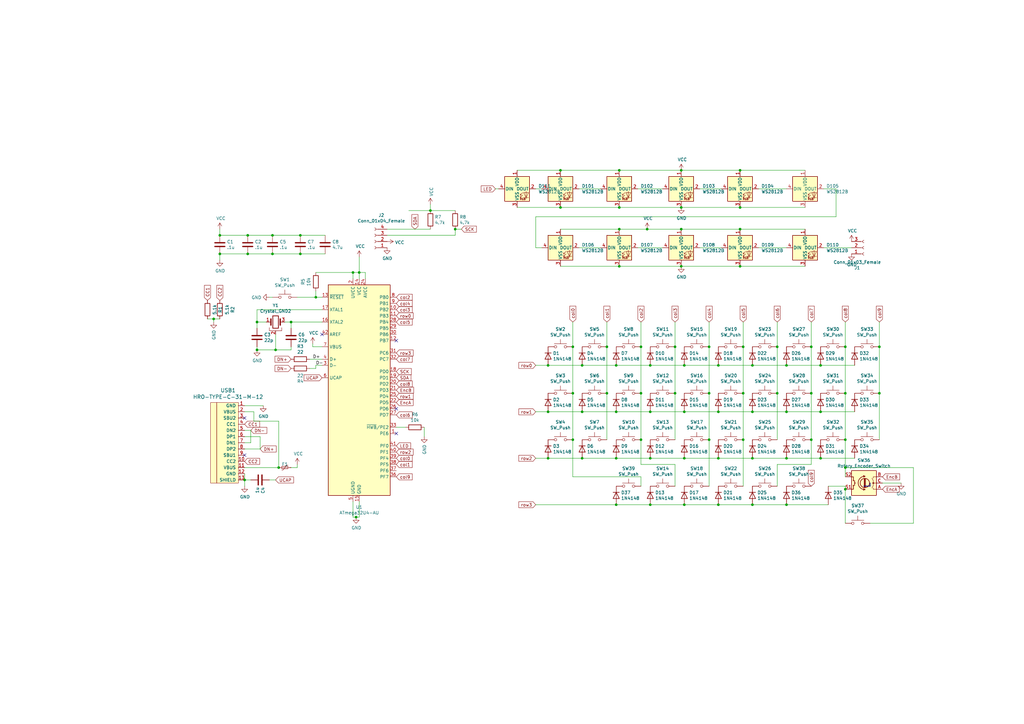
<source format=kicad_sch>
(kicad_sch (version 20230121) (generator eeschema)
  (paper "A3")
  (junction (at 238.76 168.91))
  (junction (at 322.58 187.96))
  (junction (at 303.53 109.22))
  (junction (at 111.76 104.14))
  (junction (at 252.73 149.86))
  (junction (at 280.67 168.91))
  (junction (at 266.7 187.96))
  (junction (at 254 85.09))
  (junction (at 332.74 142.24))
  (junction (at 262.89 142.24))
  (junction (at 303.53 69.85))
  (junction (at 322.58 149.86))
  (junction (at 318.77 161.29))
  (junction (at 294.64 149.86))
  (junction (at 290.83 180.34))
  (junction (at 346.71 191.77))
  (junction (at 308.61 187.96))
  (junction (at 280.67 187.96))
  (junction (at 248.92 161.29))
  (junction (at 360.68 142.24))
  (junction (at 336.55 187.96))
  (junction (at 304.8 142.24))
  (junction (at 262.89 161.29))
  (junction (at 254 69.85))
  (junction (at 308.61 168.91))
  (junction (at 252.73 187.96))
  (junction (at 123.19 96.52))
  (junction (at 224.79 149.86))
  (junction (at 332.74 161.29))
  (junction (at 276.86 142.24))
  (junction (at 322.58 168.91))
  (junction (at 346.71 200.66))
  (junction (at 304.8 180.34))
  (junction (at 186.69 93.98))
  (junction (at 279.4 85.09))
  (junction (at 229.87 85.09))
  (junction (at 234.95 142.24))
  (junction (at 224.79 187.96))
  (junction (at 238.76 149.86))
  (junction (at 248.92 142.24))
  (junction (at 113.03 143.51))
  (junction (at 336.55 149.86))
  (junction (at 266.7 149.86))
  (junction (at 290.83 161.29))
  (junction (at 266.7 207.01))
  (junction (at 332.74 180.34))
  (junction (at 308.61 149.86))
  (junction (at 265.43 93.98))
  (junction (at 252.73 168.91))
  (junction (at 100.33 196.85))
  (junction (at 346.71 180.34))
  (junction (at 279.4 93.98))
  (junction (at 119.38 132.08))
  (junction (at 304.8 161.29))
  (junction (at 114.3 191.77))
  (junction (at 224.79 168.91))
  (junction (at 252.73 207.01))
  (junction (at 280.67 149.86))
  (junction (at 266.7 168.91))
  (junction (at 336.55 168.91))
  (junction (at 360.68 161.29))
  (junction (at 303.53 93.98))
  (junction (at 294.64 207.01))
  (junction (at 234.95 161.29))
  (junction (at 280.67 207.01))
  (junction (at 346.71 161.29))
  (junction (at 101.6 96.52))
  (junction (at 262.89 180.34))
  (junction (at 294.64 168.91))
  (junction (at 105.41 143.51))
  (junction (at 123.19 104.14))
  (junction (at 90.17 104.14))
  (junction (at 105.41 132.08))
  (junction (at 254 109.22))
  (junction (at 308.61 207.01))
  (junction (at 234.95 180.34))
  (junction (at 238.76 187.96))
  (junction (at 147.32 111.76))
  (junction (at 279.4 69.85))
  (junction (at 129.54 121.92))
  (junction (at 254 93.98))
  (junction (at 276.86 161.29))
  (junction (at 290.83 142.24))
  (junction (at 294.64 187.96))
  (junction (at 87.63 130.81))
  (junction (at 90.17 96.52))
  (junction (at 303.53 85.09))
  (junction (at 229.87 69.85))
  (junction (at 346.71 142.24))
  (junction (at 144.78 111.76))
  (junction (at 318.77 142.24))
  (junction (at 101.6 104.14))
  (junction (at 176.53 86.36))
  (junction (at 322.58 207.01))
  (junction (at 279.4 109.22))
  (junction (at 146.05 212.09))
  (junction (at 111.76 96.52))
  (no_connect (at 162.56 177.8))
  (no_connect (at 100.33 171.45))
  (no_connect (at 132.08 137.16))
  (no_connect (at 162.56 139.7))
  (no_connect (at 162.56 167.64))
  (no_connect (at 100.33 186.69))
  (wire (pts (xy 123.19 104.14) (xy 111.76 104.14)))
  (wire (pts (xy 360.68 161.29) (xy 360.68 142.24)))
  (wire (pts (xy 237.49 77.47) (xy 246.38 77.47)))
  (wire (pts (xy 106.68 179.07) (xy 100.33 179.07)))
  (bus (pts (xy 356.87 198.12) (xy 356.87 199.39)))
  (wire (pts (xy 322.58 168.91) (xy 336.55 168.91)))
  (wire (pts (xy 308.61 168.91) (xy 322.58 168.91)))
  (wire (pts (xy 330.2 69.85) (xy 303.53 69.85)))
  (wire (pts (xy 330.2 109.22) (xy 303.53 109.22)))
  (wire (pts (xy 342.9 77.47) (xy 342.9 88.9)))
  (wire (pts (xy 303.53 93.98) (xy 330.2 93.98)))
  (wire (pts (xy 266.7 187.96) (xy 280.67 187.96)))
  (wire (pts (xy 248.92 142.24) (xy 248.92 132.08)))
  (wire (pts (xy 133.35 104.14) (xy 123.19 104.14)))
  (wire (pts (xy 287.02 77.47) (xy 295.91 77.47)))
  (wire (pts (xy 105.41 132.08) (xy 105.41 134.62)))
  (wire (pts (xy 318.77 142.24) (xy 318.77 132.08)))
  (wire (pts (xy 262.89 142.24) (xy 262.89 132.08)))
  (wire (pts (xy 121.92 121.92) (xy 129.54 121.92)))
  (wire (pts (xy 147.32 111.76) (xy 144.78 111.76)))
  (wire (pts (xy 107.95 166.37) (xy 100.33 166.37)))
  (wire (pts (xy 266.7 207.01) (xy 280.67 207.01)))
  (wire (pts (xy 294.64 149.86) (xy 308.61 149.86)))
  (wire (pts (xy 254 69.85) (xy 229.87 69.85)))
  (wire (pts (xy 123.19 96.52) (xy 111.76 96.52)))
  (wire (pts (xy 336.55 149.86) (xy 350.52 149.86)))
  (wire (pts (xy 176.53 83.82) (xy 176.53 86.36)))
  (wire (pts (xy 336.55 168.91) (xy 350.52 168.91)))
  (wire (pts (xy 158.75 93.98) (xy 176.53 93.98)))
  (wire (pts (xy 146.05 212.09) (xy 147.32 212.09)))
  (wire (pts (xy 129.54 119.38) (xy 129.54 121.92)))
  (wire (pts (xy 303.53 109.22) (xy 279.4 109.22)))
  (wire (pts (xy 287.02 101.6) (xy 295.91 101.6)))
  (wire (pts (xy 261.62 101.6) (xy 271.78 101.6)))
  (wire (pts (xy 144.78 111.76) (xy 144.78 114.3)))
  (wire (pts (xy 252.73 187.96) (xy 266.7 187.96)))
  (wire (pts (xy 219.71 168.91) (xy 224.79 168.91)))
  (wire (pts (xy 147.32 105.41) (xy 147.32 111.76)))
  (wire (pts (xy 322.58 187.96) (xy 336.55 187.96)))
  (wire (pts (xy 219.71 187.96) (xy 224.79 187.96)))
  (wire (pts (xy 129.54 111.76) (xy 144.78 111.76)))
  (wire (pts (xy 106.68 184.15) (xy 100.33 184.15)))
  (wire (pts (xy 280.67 207.01) (xy 294.64 207.01)))
  (wire (pts (xy 252.73 168.91) (xy 266.7 168.91)))
  (wire (pts (xy 337.82 77.47) (xy 342.9 77.47)))
  (wire (pts (xy 280.67 168.91) (xy 294.64 168.91)))
  (wire (pts (xy 234.95 142.24) (xy 234.95 132.08)))
  (wire (pts (xy 186.69 93.98) (xy 189.23 93.98)))
  (wire (pts (xy 346.71 180.34) (xy 346.71 161.29)))
  (wire (pts (xy 132.08 132.08) (xy 119.38 132.08)))
  (wire (pts (xy 294.64 207.01) (xy 308.61 207.01)))
  (wire (pts (xy 224.79 168.91) (xy 238.76 168.91)))
  (wire (pts (xy 113.03 137.16) (xy 113.03 143.51)))
  (wire (pts (xy 252.73 207.01) (xy 266.7 207.01)))
  (wire (pts (xy 346.71 191.77) (xy 346.71 180.34)))
  (wire (pts (xy 90.17 106.68) (xy 90.17 104.14)))
  (wire (pts (xy 219.71 149.86) (xy 224.79 149.86)))
  (wire (pts (xy 238.76 149.86) (xy 252.73 149.86)))
  (wire (pts (xy 304.8 142.24) (xy 304.8 132.08)))
  (wire (pts (xy 346.71 200.66) (xy 346.71 214.63)))
  (wire (pts (xy 276.86 180.34) (xy 276.86 161.29)))
  (wire (pts (xy 322.58 207.01) (xy 308.61 207.01)))
  (wire (pts (xy 261.62 77.47) (xy 271.78 77.47)))
  (wire (pts (xy 336.55 187.96) (xy 350.52 187.96)))
  (wire (pts (xy 129.54 149.86) (xy 132.08 149.86)))
  (wire (pts (xy 102.87 196.85) (xy 100.33 196.85)))
  (wire (pts (xy 374.65 214.63) (xy 374.65 191.77)))
  (wire (pts (xy 128.27 142.24) (xy 132.08 142.24)))
  (wire (pts (xy 265.43 93.98) (xy 279.4 93.98)))
  (wire (pts (xy 90.17 130.81) (xy 87.63 130.81)))
  (wire (pts (xy 290.83 180.34) (xy 290.83 199.39)))
  (wire (pts (xy 167.64 86.36) (xy 176.53 86.36)))
  (wire (pts (xy 147.32 205.74) (xy 147.32 212.09)))
  (wire (pts (xy 303.53 69.85) (xy 279.4 69.85)))
  (wire (pts (xy 87.63 130.81) (xy 87.63 132.08)))
  (wire (pts (xy 111.76 104.14) (xy 101.6 104.14)))
  (wire (pts (xy 102.87 181.61) (xy 100.33 181.61)))
  (wire (pts (xy 248.92 180.34) (xy 248.92 161.29)))
  (wire (pts (xy 346.71 142.24) (xy 346.71 161.29)))
  (wire (pts (xy 318.77 161.29) (xy 318.77 142.24)))
  (wire (pts (xy 116.84 132.08) (xy 119.38 132.08)))
  (wire (pts (xy 114.3 172.72) (xy 114.3 191.77)))
  (wire (pts (xy 105.41 143.51) (xy 105.41 142.24)))
  (wire (pts (xy 229.87 93.98) (xy 254 93.98)))
  (wire (pts (xy 219.71 77.47) (xy 222.25 77.47)))
  (wire (pts (xy 158.75 96.52) (xy 186.69 96.52)))
  (wire (pts (xy 304.8 161.29) (xy 304.8 142.24)))
  (wire (pts (xy 224.79 149.86) (xy 238.76 149.86)))
  (wire (pts (xy 294.64 187.96) (xy 308.61 187.96)))
  (wire (pts (xy 332.74 161.29) (xy 332.74 180.34)))
  (wire (pts (xy 90.17 93.98) (xy 90.17 96.52)))
  (wire (pts (xy 234.95 195.58) (xy 234.95 180.34)))
  (wire (pts (xy 311.15 101.6) (xy 322.58 101.6)))
  (wire (pts (xy 133.35 96.52) (xy 123.19 96.52)))
  (wire (pts (xy 119.38 132.08) (xy 119.38 134.62)))
  (wire (pts (xy 280.67 187.96) (xy 294.64 187.96)))
  (wire (pts (xy 332.74 161.29) (xy 332.74 142.24)))
  (wire (pts (xy 144.78 212.09) (xy 146.05 212.09)))
  (wire (pts (xy 149.86 114.3) (xy 149.86 111.76)))
  (wire (pts (xy 303.53 85.09) (xy 330.2 85.09)))
  (wire (pts (xy 104.14 168.91) (xy 104.14 172.72)))
  (wire (pts (xy 254 109.22) (xy 229.87 109.22)))
  (wire (pts (xy 254 93.98) (xy 265.43 93.98)))
  (wire (pts (xy 219.71 88.9) (xy 219.71 101.6)))
  (wire (pts (xy 332.74 190.5) (xy 332.74 180.34)))
  (wire (pts (xy 346.71 191.77) (xy 374.65 191.77)))
  (wire (pts (xy 186.69 96.52) (xy 186.69 93.98)))
  (wire (pts (xy 308.61 149.86) (xy 322.58 149.86)))
  (wire (pts (xy 219.71 207.01) (xy 252.73 207.01)))
  (wire (pts (xy 85.09 130.81) (xy 87.63 130.81)))
  (wire (pts (xy 276.86 190.5) (xy 276.86 199.39)))
  (wire (pts (xy 339.725 199.39) (xy 346.71 199.39)))
  (wire (pts (xy 262.89 195.58) (xy 234.95 195.58)))
  (wire (pts (xy 234.95 180.34) (xy 234.95 161.29)))
  (wire (pts (xy 147.32 111.76) (xy 147.32 114.3)))
  (wire (pts (xy 280.67 149.86) (xy 294.64 149.86)))
  (wire (pts (xy 276.86 161.29) (xy 276.86 142.24)))
  (wire (pts (xy 318.77 199.39) (xy 318.77 190.5)))
  (wire (pts (xy 304.8 161.29) (xy 304.8 180.34)))
  (wire (pts (xy 121.92 190.5) (xy 121.92 191.77)))
  (wire (pts (xy 101.6 104.14) (xy 90.17 104.14)))
  (wire (pts (xy 279.4 69.85) (xy 254 69.85)))
  (wire (pts (xy 262.89 180.34) (xy 262.89 161.29)))
  (wire (pts (xy 110.49 196.85) (xy 113.03 196.85)))
  (wire (pts (xy 234.95 161.29) (xy 234.95 142.24)))
  (wire (pts (xy 149.86 111.76) (xy 147.32 111.76)))
  (wire (pts (xy 121.92 191.77) (xy 119.38 191.77)))
  (wire (pts (xy 203.2 77.47) (xy 204.47 77.47)))
  (wire (pts (xy 176.53 86.36) (xy 186.69 86.36)))
  (wire (pts (xy 119.38 142.24) (xy 119.38 143.51)))
  (wire (pts (xy 356.87 214.63) (xy 374.65 214.63)))
  (wire (pts (xy 105.41 132.08) (xy 109.22 132.08)))
  (wire (pts (xy 100.33 199.39) (xy 100.33 196.85)))
  (wire (pts (xy 100.33 168.91) (xy 104.14 168.91)))
  (wire (pts (xy 111.76 96.52) (xy 101.6 96.52)))
  (wire (pts (xy 104.14 172.72) (xy 114.3 172.72)))
  (wire (pts (xy 279.4 93.98) (xy 303.53 93.98)))
  (wire (pts (xy 294.64 168.91) (xy 308.61 168.91)))
  (wire (pts (xy 318.77 190.5) (xy 332.74 190.5)))
  (wire (pts (xy 129.54 121.92) (xy 132.08 121.92)))
  (wire (pts (xy 304.8 180.34) (xy 304.8 199.39)))
  (wire (pts (xy 279.4 109.22) (xy 254 109.22)))
  (wire (pts (xy 262.89 190.5) (xy 276.86 190.5)))
  (wire (pts (xy 128.27 140.97) (xy 128.27 142.24)))
  (wire (pts (xy 266.7 149.86) (xy 280.67 149.86)))
  (wire (pts (xy 360.68 161.29) (xy 360.68 180.34)))
  (wire (pts (xy 229.87 69.85) (xy 212.09 69.85)))
  (wire (pts (xy 113.03 143.51) (xy 105.41 143.51)))
  (wire (pts (xy 311.15 77.47) (xy 322.58 77.47)))
  (wire (pts (xy 337.82 101.6) (xy 349.25 101.6)))
  (wire (pts (xy 276.86 142.24) (xy 276.86 132.08)))
  (wire (pts (xy 106.68 184.15) (xy 106.68 179.07)))
  (wire (pts (xy 308.61 187.96) (xy 322.58 187.96)))
  (wire (pts (xy 219.71 101.6) (xy 222.25 101.6)))
  (wire (pts (xy 290.83 161.29) (xy 290.83 142.24)))
  (wire (pts (xy 110.49 121.92) (xy 111.76 121.92)))
  (wire (pts (xy 212.09 85.09) (xy 229.87 85.09)))
  (wire (pts (xy 279.4 85.09) (xy 303.53 85.09)))
  (wire (pts (xy 238.76 168.91) (xy 252.73 168.91)))
  (wire (pts (xy 229.87 85.09) (xy 254 85.09)))
  (wire (pts (xy 346.71 142.24) (xy 346.71 132.08)))
  (wire (pts (xy 105.41 127) (xy 132.08 127)))
  (wire (pts (xy 129.54 151.13) (xy 129.54 149.86)))
  (wire (pts (xy 100.33 196.85) (xy 100.33 194.31)))
  (wire (pts (xy 127 151.13) (xy 129.54 151.13)))
  (wire (pts (xy 322.58 149.86) (xy 336.55 149.86)))
  (wire (pts (xy 101.6 96.52) (xy 90.17 96.52)))
  (wire (pts (xy 102.87 176.53) (xy 102.87 181.61)))
  (wire (pts (xy 360.68 142.24) (xy 360.68 132.08)))
  (wire (pts (xy 224.79 187.96) (xy 238.76 187.96)))
  (wire (pts (xy 262.89 180.34) (xy 262.89 190.5)))
  (wire (pts (xy 339.725 207.01) (xy 322.58 207.01)))
  (wire (pts (xy 266.7 168.91) (xy 280.67 168.91)))
  (wire (pts (xy 254 85.09) (xy 279.4 85.09)))
  (wire (pts (xy 369.57 198.12) (xy 361.95 198.12)))
  (wire (pts (xy 100.33 191.77) (xy 114.3 191.77)))
  (wire (pts (xy 237.49 101.6) (xy 246.38 101.6)))
  (wire (pts (xy 346.71 195.58) (xy 346.71 191.77)))
  (wire (pts (xy 342.9 88.9) (xy 219.71 88.9)))
  (wire (pts (xy 318.77 180.34) (xy 318.77 161.29)))
  (wire (pts (xy 332.74 132.08) (xy 332.74 142.24)))
  (wire (pts (xy 127 147.32) (xy 132.08 147.32)))
  (wire (pts (xy 173.99 179.07) (xy 173.99 175.26)))
  (wire (pts (xy 290.83 142.24) (xy 290.83 132.08)))
  (wire (pts (xy 248.92 161.29) (xy 248.92 142.24)))
  (wire (pts (xy 262.89 199.39) (xy 262.89 195.58)))
  (wire (pts (xy 238.76 187.96) (xy 252.73 187.96)))
  (wire (pts (xy 166.37 175.26) (xy 162.56 175.26)))
  (wire (pts (xy 262.89 161.29) (xy 262.89 142.24)))
  (wire (pts (xy 252.73 149.86) (xy 266.7 149.86)))
  (wire (pts (xy 105.41 132.08) (xy 105.41 127)))
  (wire (pts (xy 144.78 205.74) (xy 144.78 212.09)))
  (bus (pts (xy 356.87 199.39) (xy 354.33 199.39)))
  (wire (pts (xy 290.83 180.34) (xy 290.83 161.29)))
  (wire (pts (xy 346.71 199.39) (xy 346.71 200.66)))
  (wire (pts (xy 119.38 143.51) (xy 113.03 143.51)))
  (wire (pts (xy 100.33 176.53) (xy 102.87 176.53)))
  (label "D+" (at 128.27 147.32 0))
  (label "D-" (at 129.54 149.86 0))
  (global_label "col8" (shape input) (at 346.71 132.08 90) (property "Intersheetrefs" "${INTERSHEET_REFS}" (effects hide)))
  (global_label "row0" (shape input) (at 162.56 129.54 0) (property "Intersheetrefs" "${INTERSHEET_REFS}" (effects hide)))
  (global_label "col8" (shape input) (at 162.56 157.48 0) (property "Intersheetrefs" "${INTERSHEET_REFS}" (effects hide)))
  (global_label "col2" (shape input) (at 262.89 132.08 90) (property "Intersheetrefs" "${INTERSHEET_REFS}" (effects hide)))
  (global_label "col1" (shape input) (at 248.92 132.08 90) (property "Intersheetrefs" "${INTERSHEET_REFS}" (effects hide)))
  (global_label "UCAP" (shape input) (at 132.08 154.94 180) (property "Intersheetrefs" "${INTERSHEET_REFS}" (effects hide)))
  (global_label "row0" (shape input) (at 219.71 149.86 180) (property "Intersheetrefs" "${INTERSHEET_REFS}" (effects hide)))
  (global_label "LED" (shape input) (at 162.56 182.88 0) (property "Intersheetrefs" "${INTERSHEET_REFS}" (effects hide)))
  (global_label "col1" (shape input) (at 162.56 190.5 0) (property "Intersheetrefs" "${INTERSHEET_REFS}" (effects hide)))
  (global_label "DN-" (shape input) (at 119.38 151.13 180) (property "Intersheetrefs" "${INTERSHEET_REFS}" (effects hide)))
  (global_label "row2" (shape input) (at 219.71 187.96 180) (property "Intersheetrefs" "${INTERSHEET_REFS}" (effects hide)))
  (global_label "col9" (shape input) (at 360.68 132.08 90) (property "Intersheetrefs" "${INTERSHEET_REFS}" (effects hide)))
  (global_label "UCAP" (shape input) (at 113.03 196.85 0) (property "Intersheetrefs" "${INTERSHEET_REFS}" (effects hide)))
  (global_label "EncB" (shape input) (at 162.56 160.02 0) (property "Intersheetrefs" "${INTERSHEET_REFS}" (effects hide)))
  (global_label "CC1" (shape input) (at 100.33 173.99 0) (property "Intersheetrefs" "${INTERSHEET_REFS}" (effects hide)))
  (global_label "col6" (shape input) (at 318.77 132.08 90) (property "Intersheetrefs" "${INTERSHEET_REFS}" (effects hide)))
  (global_label "col9" (shape input) (at 332.74 199.39 90) (property "Intersheetrefs" "${INTERSHEET_REFS}" (effects hide)))
  (global_label "col0" (shape input) (at 234.95 132.08 90) (property "Intersheetrefs" "${INTERSHEET_REFS}" (effects hide)))
  (global_label "CC2" (shape input) (at 90.17 123.19 90) (property "Intersheetrefs" "${INTERSHEET_REFS}" (effects hide)))
  (global_label "row1" (shape input) (at 162.56 162.56 0) (property "Intersheetrefs" "${INTERSHEET_REFS}" (effects hide)))
  (global_label "col6" (shape input) (at 162.56 170.18 0) (property "Intersheetrefs" "${INTERSHEET_REFS}" (effects hide)))
  (global_label "CC2" (shape input) (at 100.33 189.23 0) (property "Intersheetrefs" "${INTERSHEET_REFS}" (effects hide)))
  (global_label "SCK" (shape input) (at 189.23 93.98 0) (property "Intersheetrefs" "${INTERSHEET_REFS}" (effects hide)))
  (global_label "row1" (shape input) (at 219.71 168.91 180) (property "Intersheetrefs" "${INTERSHEET_REFS}" (effects hide)))
  (global_label "EncA" (shape input) (at 162.56 165.1 0) (property "Intersheetrefs" "${INTERSHEET_REFS}" (effects hide)))
  (global_label "col4" (shape input) (at 162.56 124.46 0) (property "Intersheetrefs" "${INTERSHEET_REFS}" (effects hide)))
  (global_label "CC1" (shape input) (at 85.09 123.19 90) (property "Intersheetrefs" "${INTERSHEET_REFS}" (effects hide)))
  (global_label "SDA" (shape input) (at 170.18 93.98 90) (property "Intersheetrefs" "${INTERSHEET_REFS}" (effects hide)))
  (global_label "EncB" (shape input) (at 361.95 195.58 0) (property "Intersheetrefs" "${INTERSHEET_REFS}" (effects hide)))
  (global_label "col3" (shape input) (at 162.56 127 0) (property "Intersheetrefs" "${INTERSHEET_REFS}" (effects hide)))
  (global_label "SCK" (shape input) (at 162.56 152.4 0) (property "Intersheetrefs" "${INTERSHEET_REFS}" (effects hide)))
  (global_label "DN+" (shape input) (at 119.38 147.32 180) (property "Intersheetrefs" "${INTERSHEET_REFS}" (effects hide)))
  (global_label "row2" (shape input) (at 162.56 185.42 0) (property "Intersheetrefs" "${INTERSHEET_REFS}" (effects hide)))
  (global_label "DN-" (shape input) (at 102.87 176.53 0) (property "Intersheetrefs" "${INTERSHEET_REFS}" (effects hide)))
  (global_label "col2" (shape input) (at 162.56 121.92 0) (property "Intersheetrefs" "${INTERSHEET_REFS}" (effects hide)))
  (global_label "EncA" (shape input) (at 361.95 200.66 0) (property "Intersheetrefs" "${INTERSHEET_REFS}" (effects hide)))
  (global_label "row3" (shape input) (at 162.56 144.78 0) (property "Intersheetrefs" "${INTERSHEET_REFS}" (effects hide)))
  (global_label "SDA" (shape input) (at 162.56 154.94 0) (property "Intersheetrefs" "${INTERSHEET_REFS}" (effects hide)))
  (global_label "col5" (shape input) (at 162.56 132.08 0) (property "Intersheetrefs" "${INTERSHEET_REFS}" (effects hide)))
  (global_label "col3" (shape input) (at 276.86 132.08 90) (property "Intersheetrefs" "${INTERSHEET_REFS}" (effects hide)))
  (global_label "col7" (shape input) (at 332.74 132.08 90) (property "Intersheetrefs" "${INTERSHEET_REFS}" (effects hide)))
  (global_label "col0" (shape input) (at 162.56 187.96 0) (property "Intersheetrefs" "${INTERSHEET_REFS}" (effects hide)))
  (global_label "DN+" (shape input) (at 106.68 184.15 0) (property "Intersheetrefs" "${INTERSHEET_REFS}" (effects hide)))
  (global_label "col7" (shape input) (at 162.56 147.32 0) (property "Intersheetrefs" "${INTERSHEET_REFS}" (effects hide)))
  (global_label "LED" (shape input) (at 203.2 77.47 180) (property "Intersheetrefs" "${INTERSHEET_REFS}" (effects hide)))
  (global_label "row3" (shape input) (at 219.71 207.01 180) (property "Intersheetrefs" "${INTERSHEET_REFS}" (effects hide)))
  (global_label "col9" (shape input) (at 162.56 195.58 0) (property "Intersheetrefs" "${INTERSHEET_REFS}" (effects hide)))
  (global_label "col4" (shape input) (at 290.83 132.08 90) (property "Intersheetrefs" "${INTERSHEET_REFS}" (effects hide)))
  (global_label "col5" (shape input) (at 304.8 132.08 90) (property "Intersheetrefs" "${INTERSHEET_REFS}" (effects hide)))
  (symbol (lib_id "Switch:SW_Push") (at 327.66 161.29 0) (unit 1)
    (property "Reference" "SW28" (at 327.66 154.051 0))
    (property "Value" "SW_Push" (at 327.66 156.3624 0))
    (property "Footprint" "Keebio-Parts:MX-Alps-Choc-1U-NoLED" (effects hide))
  )
  (symbol (lib_id "Diode:1N4148") (at 322.58 165.1 270) (unit 1)
    (property "Reference" "D27" (at 324.5866 163.9316 90) (effects (justify left)))
    (property "Value" "1N4148" (at 324.5866 166.243 90) (effects (justify left)))
    (property "Footprint" "Keebio-Parts:D_SOD123" (effects hide))
    (property "Datasheet" "https://assets.nexperia.com/documents/data-sheet/1N4148_1N4448.pdf" (effects hide))
  )
  (symbol (lib_id "LeChiffre-rescue:ATmega32U4-AU-MCU_Microchip_ATmega-brutal33-rescue-ErgoBoard-rescue") (at 147.32 160.02 0) (unit 1)
    (property "Reference" "U1" (at 147.32 208.0006 0))
    (property "Value" "ATmega32U4-AU" (at 147.32 210.312 0))
    (property "Footprint" "Keebio-Parts:ATMEGA32U4-AU" (effects hide))
    (property "Datasheet" "http://ww1.microchip.com/downloads/en/DeviceDoc/Atmel-7766-8-bit-AVR-ATmega16U4-32U4_Datasheet.pdf" (effects hide))
  )
  (symbol (lib_id "Switch:SW_Push") (at 299.72 199.39 0) (unit 1)
    (property "Reference" "SW22" (at 299.72 192.151 0))
    (property "Value" "SW_Push" (at 299.72 194.4624 0))
    (property "Footprint" "Keebio-Parts:MX-Alps-Choc-2U-StabFlip" (effects hide))
  )
  (symbol (lib_id "Switch:SW_Push") (at 285.75 199.39 0) (unit 1)
    (property "Reference" "SW18" (at 285.75 192.151 0))
    (property "Value" "SW_Push" (at 285.75 194.4624 0))
    (property "Footprint" "Keebio-Parts:MX-Alps-Choc-2U-StabFlip" (effects hide))
  )
  (symbol (lib_id "Diode:1N4148") (at 294.64 203.2 270) (unit 1)
    (property "Reference" "D21" (at 296.6466 202.0316 90) (effects (justify left)))
    (property "Value" "1N4148" (at 296.6466 204.343 90) (effects (justify left)))
    (property "Footprint" "Keebio-Parts:D_SOD123" (effects hide))
    (property "Datasheet" "https://assets.nexperia.com/documents/data-sheet/1N4148_1N4448.pdf" (effects hide))
  )
  (symbol (lib_id "Diode:1N4148") (at 280.67 203.2 270) (unit 1)
    (property "Reference" "D17" (at 282.6766 202.0316 90) (effects (justify left)))
    (property "Value" "1N4148" (at 282.6766 204.343 90) (effects (justify left)))
    (property "Footprint" "Keebio-Parts:D_SOD123" (effects hide))
    (property "Datasheet" "https://assets.nexperia.com/documents/data-sheet/1N4148_1N4448.pdf" (effects hide))
  )
  (symbol (lib_id "Switch:SW_Push") (at 355.6 161.29 0) (unit 1)
    (property "Reference" "SW34" (at 355.6 154.051 0))
    (property "Value" "SW_Push" (at 355.6 156.3624 0))
    (property "Footprint" "Keebio-Parts:MX-Alps-Choc-1U-NoLED" (effects hide))
  )
  (symbol (lib_id "Diode:1N4148") (at 350.52 165.1 270) (unit 1)
    (property "Reference" "D33" (at 352.5266 163.9316 90) (effects (justify left)))
    (property "Value" "1N4148" (at 352.5266 166.243 90) (effects (justify left)))
    (property "Footprint" "Keebio-Parts:D_SOD123" (effects hide))
    (property "Datasheet" "https://assets.nexperia.com/documents/data-sheet/1N4148_1N4448.pdf" (effects hide))
  )
  (symbol (lib_id "Switch:SW_Push") (at 341.63 161.29 0) (unit 1)
    (property "Reference" "SW31" (at 341.63 154.051 0))
    (property "Value" "SW_Push" (at 341.63 156.3624 0))
    (property "Footprint" "Keebio-Parts:MX-Alps-Choc-1U-NoLED" (effects hide))
  )
  (symbol (lib_id "Diode:1N4148") (at 336.55 165.1 270) (unit 1)
    (property "Reference" "D30" (at 338.5566 163.9316 90) (effects (justify left)))
    (property "Value" "1N4148" (at 338.5566 166.243 90) (effects (justify left)))
    (property "Footprint" "Keebio-Parts:D_SOD123" (effects hide))
    (property "Datasheet" "https://assets.nexperia.com/documents/data-sheet/1N4148_1N4448.pdf" (effects hide))
  )
  (symbol (lib_id "Switch:SW_Push") (at 271.78 161.29 0) (unit 1)
    (property "Reference" "SW12" (at 271.78 154.051 0))
    (property "Value" "SW_Push" (at 271.78 156.3624 0))
    (property "Footprint" "Keebio-Parts:MX-Alps-Choc-1U-NoLED" (effects hide))
  )
  (symbol (lib_id "Diode:1N4148") (at 266.7 165.1 270) (unit 1)
    (property "Reference" "D11" (at 268.7066 163.9316 90) (effects (justify left)))
    (property "Value" "1N4148" (at 268.7066 166.243 90) (effects (justify left)))
    (property "Footprint" "Keebio-Parts:D_SOD123" (effects hide))
    (property "Datasheet" "https://assets.nexperia.com/documents/data-sheet/1N4148_1N4448.pdf" (effects hide))
  )
  (symbol (lib_id "Switch:SW_Push") (at 285.75 161.29 0) (unit 1)
    (property "Reference" "SW16" (at 285.75 154.051 0))
    (property "Value" "SW_Push" (at 285.75 156.3624 0))
    (property "Footprint" "Keebio-Parts:MX-Alps-Choc-1U-NoLED" (effects hide))
  )
  (symbol (lib_id "Diode:1N4148") (at 280.67 165.1 270) (unit 1)
    (property "Reference" "D15" (at 282.6766 163.9316 90) (effects (justify left)))
    (property "Value" "1N4148" (at 282.6766 166.243 90) (effects (justify left)))
    (property "Footprint" "Keebio-Parts:D_SOD123" (effects hide))
    (property "Datasheet" "https://assets.nexperia.com/documents/data-sheet/1N4148_1N4448.pdf" (effects hide))
  )
  (symbol (lib_id "Switch:SW_Push") (at 229.87 161.29 0) (unit 1)
    (property "Reference" "SW3" (at 229.87 154.051 0))
    (property "Value" "SW_Push" (at 229.87 156.3624 0))
    (property "Footprint" "Keebio-Parts:MX-Alps-Choc-1U-NoLED" (effects hide))
  )
  (symbol (lib_id "Diode:1N4148") (at 224.79 165.1 270) (unit 1)
    (property "Reference" "D2" (at 226.7966 163.9316 90) (effects (justify left)))
    (property "Value" "1N4148" (at 226.7966 166.243 90) (effects (justify left)))
    (property "Footprint" "Keebio-Parts:D_SOD123" (effects hide))
    (property "Datasheet" "https://assets.nexperia.com/documents/data-sheet/1N4148_1N4448.pdf" (effects hide))
  )
  (symbol (lib_id "Switch:SW_Push") (at 257.81 161.29 0) (unit 1)
    (property "Reference" "SW9" (at 257.81 154.051 0))
    (property "Value" "SW_Push" (at 257.81 156.3624 0))
    (property "Footprint" "Keebio-Parts:MX-Alps-Choc-1U-NoLED" (effects hide))
  )
  (symbol (lib_id "Diode:1N4148") (at 252.73 165.1 270) (unit 1)
    (property "Reference" "D8" (at 254.7366 163.9316 90) (effects (justify left)))
    (property "Value" "1N4148" (at 254.7366 166.243 90) (effects (justify left)))
    (property "Footprint" "Keebio-Parts:D_SOD123" (effects hide))
    (property "Datasheet" "https://assets.nexperia.com/documents/data-sheet/1N4148_1N4448.pdf" (effects hide))
  )
  (symbol (lib_id "Switch:SW_Push") (at 243.84 161.29 0) (unit 1)
    (property "Reference" "SW6" (at 243.84 154.051 0))
    (property "Value" "SW_Push" (at 243.84 156.3624 0))
    (property "Footprint" "Keebio-Parts:MX-Alps-Choc-1U-NoLED" (effects hide))
  )
  (symbol (lib_id "Diode:1N4148") (at 238.76 165.1 270) (unit 1)
    (property "Reference" "D5" (at 240.7666 163.9316 90) (effects (justify left)))
    (property "Value" "1N4148" (at 240.7666 166.243 90) (effects (justify left)))
    (property "Footprint" "Keebio-Parts:D_SOD123" (effects hide))
    (property "Datasheet" "https://assets.nexperia.com/documents/data-sheet/1N4148_1N4448.pdf" (effects hide))
  )
  (symbol (lib_id "Switch:SW_Push") (at 299.72 161.29 0) (unit 1)
    (property "Reference" "SW20" (at 299.72 154.051 0))
    (property "Value" "SW_Push" (at 299.72 156.3624 0))
    (property "Footprint" "Keebio-Parts:MX-Alps-Choc-1U-NoLED" (effects hide))
  )
  (symbol (lib_id "Diode:1N4148") (at 294.64 165.1 270) (unit 1)
    (property "Reference" "D19" (at 296.6466 163.9316 90) (effects (justify left)))
    (property "Value" "1N4148" (at 296.6466 166.243 90) (effects (justify left)))
    (property "Footprint" "Keebio-Parts:D_SOD123" (effects hide))
    (property "Datasheet" "https://assets.nexperia.com/documents/data-sheet/1N4148_1N4448.pdf" (effects hide))
  )
  (symbol (lib_id "Switch:SW_Push") (at 313.69 161.29 0) (unit 1)
    (property "Reference" "SW24" (at 313.69 154.051 0))
    (property "Value" "SW_Push" (at 313.69 156.3624 0))
    (property "Footprint" "Keebio-Parts:MX-Alps-Choc-1U-NoLED" (effects hide))
  )
  (symbol (lib_id "Diode:1N4148") (at 308.61 165.1 270) (unit 1)
    (property "Reference" "D23" (at 310.6166 163.9316 90) (effects (justify left)))
    (property "Value" "1N4148" (at 310.6166 166.243 90) (effects (justify left)))
    (property "Footprint" "Keebio-Parts:D_SOD123" (effects hide))
    (property "Datasheet" "https://assets.nexperia.com/documents/data-sheet/1N4148_1N4448.pdf" (effects hide))
  )
  (symbol (lib_id "Switch:SW_Push") (at 299.72 142.24 0) (unit 1)
    (property "Reference" "SW19" (at 299.72 135.001 0))
    (property "Value" "SW_Push" (at 299.72 137.3124 0))
    (property "Footprint" "Keebio-Parts:MX-Alps-Choc-1U-NoLED" (effects hide))
  )
  (symbol (lib_id "Diode:1N4148") (at 294.64 146.05 270) (unit 1)
    (property "Reference" "D18" (at 296.6466 144.8816 90) (effects (justify left)))
    (property "Value" "1N4148" (at 296.6466 147.193 90) (effects (justify left)))
    (property "Footprint" "Keebio-Parts:D_SOD123" (effects hide))
    (property "Datasheet" "https://assets.nexperia.com/documents/data-sheet/1N4148_1N4448.pdf" (effects hide))
  )
  (symbol (lib_id "Switch:SW_Push") (at 257.81 142.24 0) (unit 1)
    (property "Reference" "SW8" (at 257.81 135.001 0))
    (property "Value" "SW_Push" (at 257.81 137.3124 0))
    (property "Footprint" "Keebio-Parts:MX-Alps-Choc-1U-NoLED" (effects hide))
  )
  (symbol (lib_id "Diode:1N4148") (at 252.73 146.05 270) (unit 1)
    (property "Reference" "D7" (at 254.7366 144.8816 90) (effects (justify left)))
    (property "Value" "1N4148" (at 254.7366 147.193 90) (effects (justify left)))
    (property "Footprint" "Keebio-Parts:D_SOD123" (effects hide))
    (property "Datasheet" "https://assets.nexperia.com/documents/data-sheet/1N4148_1N4448.pdf" (effects hide))
  )
  (symbol (lib_id "Switch:SW_Push") (at 327.66 142.24 0) (unit 1)
    (property "Reference" "SW27" (at 327.66 135.001 0))
    (property "Value" "SW_Push" (at 327.66 137.3124 0))
    (property "Footprint" "Keebio-Parts:MX-Alps-Choc-1U-NoLED" (effects hide))
  )
  (symbol (lib_id "Diode:1N4148") (at 322.58 146.05 270) (unit 1)
    (property "Reference" "D26" (at 324.5866 144.8816 90) (effects (justify left)))
    (property "Value" "1N4148" (at 324.5866 147.193 90) (effects (justify left)))
    (property "Footprint" "Keebio-Parts:D_SOD123" (effects hide))
    (property "Datasheet" "https://assets.nexperia.com/documents/data-sheet/1N4148_1N4448.pdf" (effects hide))
  )
  (symbol (lib_id "Switch:SW_Push") (at 285.75 142.24 0) (unit 1)
    (property "Reference" "SW15" (at 285.75 135.001 0))
    (property "Value" "SW_Push" (at 285.75 137.3124 0))
    (property "Footprint" "Keebio-Parts:MX-Alps-Choc-1U-NoLED" (effects hide))
  )
  (symbol (lib_id "Diode:1N4148") (at 280.67 146.05 270) (unit 1)
    (property "Reference" "D14" (at 282.6766 144.8816 90) (effects (justify left)))
    (property "Value" "1N4148" (at 282.6766 147.193 90) (effects (justify left)))
    (property "Footprint" "Keebio-Parts:D_SOD123" (effects hide))
    (property "Datasheet" "https://assets.nexperia.com/documents/data-sheet/1N4148_1N4448.pdf" (effects hide))
  )
  (symbol (lib_id "Switch:SW_Push") (at 355.6 142.24 0) (unit 1)
    (property "Reference" "SW33" (at 355.6 135.001 0))
    (property "Value" "SW_Push" (at 355.6 137.3124 0))
    (property "Footprint" "Keebio-Parts:MX-Alps-Choc-1U-NoLED" (effects hide))
  )
  (symbol (lib_id "Diode:1N4148") (at 350.52 146.05 270) (unit 1)
    (property "Reference" "D32" (at 352.5266 144.8816 90) (effects (justify left)))
    (property "Value" "1N4148" (at 352.5266 147.193 90) (effects (justify left)))
    (property "Footprint" "Keebio-Parts:D_SOD123" (effects hide))
    (property "Datasheet" "https://assets.nexperia.com/documents/data-sheet/1N4148_1N4448.pdf" (effects hide))
  )
  (symbol (lib_id "Switch:SW_Push") (at 271.78 142.24 0) (unit 1)
    (property "Reference" "SW11" (at 271.78 135.001 0))
    (property "Value" "SW_Push" (at 271.78 137.3124 0))
    (property "Footprint" "Keebio-Parts:MX-Alps-Choc-1U-NoLED" (effects hide))
  )
  (symbol (lib_id "Diode:1N4148") (at 266.7 146.05 270) (unit 1)
    (property "Reference" "D10" (at 268.7066 144.8816 90) (effects (justify left)))
    (property "Value" "1N4148" (at 268.7066 147.193 90) (effects (justify left)))
    (property "Footprint" "Keebio-Parts:D_SOD123" (effects hide))
    (property "Datasheet" "https://assets.nexperia.com/documents/data-sheet/1N4148_1N4448.pdf" (effects hide))
  )
  (symbol (lib_id "Switch:SW_Push") (at 229.87 142.24 0) (unit 1)
    (property "Reference" "SW2" (at 229.87 135.001 0))
    (property "Value" "SW_Push" (at 229.87 137.3124 0))
    (property "Footprint" "Keebio-Parts:MX-Alps-Choc-1U-NoLED" (effects hide))
  )
  (symbol (lib_id "Diode:1N4148") (at 224.79 146.05 270) (unit 1)
    (property "Reference" "D1" (at 226.7966 144.8816 90) (effects (justify left)))
    (property "Value" "1N4148" (at 226.7966 147.193 90) (effects (justify left)))
    (property "Footprint" "Keebio-Parts:D_SOD123" (effects hide))
    (property "Datasheet" "https://assets.nexperia.com/documents/data-sheet/1N4148_1N4448.pdf" (effects hide))
  )
  (symbol (lib_id "Switch:SW_Push") (at 243.84 142.24 0) (unit 1)
    (property "Reference" "SW5" (at 243.84 135.001 0))
    (property "Value" "SW_Push" (at 243.84 137.3124 0))
    (property "Footprint" "Keebio-Parts:MX-Alps-Choc-1U-NoLED" (effects hide))
  )
  (symbol (lib_id "Diode:1N4148") (at 238.76 146.05 270) (unit 1)
    (property "Reference" "D4" (at 240.7666 144.8816 90) (effects (justify left)))
    (property "Value" "1N4148" (at 240.7666 147.193 90) (effects (justify left)))
    (property "Footprint" "Keebio-Parts:D_SOD123" (effects hide))
    (property "Datasheet" "https://assets.nexperia.com/documents/data-sheet/1N4148_1N4448.pdf" (effects hide))
  )
  (symbol (lib_id "Switch:SW_Push") (at 313.69 142.24 0) (unit 1)
    (property "Reference" "SW23" (at 313.69 135.001 0))
    (property "Value" "SW_Push" (at 313.69 137.3124 0))
    (property "Footprint" "Keebio-Parts:MX-Alps-Choc-1U-NoLED" (effects hide))
  )
  (symbol (lib_id "Diode:1N4148") (at 308.61 146.05 270) (unit 1)
    (property "Reference" "D22" (at 310.6166 144.8816 90) (effects (justify left)))
    (property "Value" "1N4148" (at 310.6166 147.193 90) (effects (justify left)))
    (property "Footprint" "Keebio-Parts:D_SOD123" (effects hide))
    (property "Datasheet" "https://assets.nexperia.com/documents/data-sheet/1N4148_1N4448.pdf" (effects hide))
  )
  (symbol (lib_id "Switch:SW_Push") (at 341.63 142.24 0) (unit 1)
    (property "Reference" "SW30" (at 341.63 135.001 0))
    (property "Value" "SW_Push" (at 341.63 137.3124 0))
    (property "Footprint" "Keebio-Parts:MX-Alps-Choc-1U-NoLED" (effects hide))
  )
  (symbol (lib_id "Diode:1N4148") (at 336.55 146.05 270) (unit 1)
    (property "Reference" "D29" (at 338.5566 144.8816 90) (effects (justify left)))
    (property "Value" "1N4148" (at 338.5566 147.193 90) (effects (justify left)))
    (property "Footprint" "Keebio-Parts:D_SOD123" (effects hide))
    (property "Datasheet" "https://assets.nexperia.com/documents/data-sheet/1N4148_1N4448.pdf" (effects hide))
  )
  (symbol (lib_id "Switch:SW_Push") (at 299.72 180.34 0) (unit 1)
    (property "Reference" "SW21" (at 299.72 173.101 0))
    (property "Value" "SW_Push" (at 299.72 175.4124 0))
    (property "Footprint" "Keebio-Parts:MX-Alps-Choc-1U-NoLED" (effects hide))
  )
  (symbol (lib_id "Diode:1N4148") (at 294.64 184.15 270) (unit 1)
    (property "Reference" "D20" (at 296.6466 182.9816 90) (effects (justify left)))
    (property "Value" "1N4148" (at 296.6466 185.293 90) (effects (justify left)))
    (property "Footprint" "Keebio-Parts:D_SOD123" (effects hide))
    (property "Datasheet" "https://assets.nexperia.com/documents/data-sheet/1N4148_1N4448.pdf" (effects hide))
  )
  (symbol (lib_id "Switch:SW_Push") (at 355.6 180.34 0) (unit 1)
    (property "Reference" "SW35" (at 355.6 173.101 0))
    (property "Value" "SW_Push" (at 355.6 175.4124 0))
    (property "Footprint" "Keebio-Parts:MX-Alps-Choc-1U-NoLED" (effects hide))
  )
  (symbol (lib_id "Diode:1N4148") (at 350.52 184.15 270) (unit 1)
    (property "Reference" "D34" (at 352.5266 182.9816 90) (effects (justify left)))
    (property "Value" "1N4148" (at 352.5266 185.293 90) (effects (justify left)))
    (property "Footprint" "Keebio-Parts:D_SOD123" (effects hide))
    (property "Datasheet" "https://assets.nexperia.com/documents/data-sheet/1N4148_1N4448.pdf" (effects hide))
  )
  (symbol (lib_id "Switch:SW_Push") (at 243.84 180.34 0) (unit 1)
    (property "Reference" "SW7" (at 243.84 173.101 0))
    (property "Value" "SW_Push" (at 243.84 175.4124 0))
    (property "Footprint" "Keebio-Parts:MX-Alps-Choc-1U-NoLED" (effects hide))
  )
  (symbol (lib_id "Diode:1N4148") (at 238.76 184.15 270) (unit 1)
    (property "Reference" "D6" (at 240.7666 182.9816 90) (effects (justify left)))
    (property "Value" "1N4148" (at 240.7666 185.293 90) (effects (justify left)))
    (property "Footprint" "Keebio-Parts:D_SOD123" (effects hide))
    (property "Datasheet" "https://assets.nexperia.com/documents/data-sheet/1N4148_1N4448.pdf" (effects hide))
  )
  (symbol (lib_id "Switch:SW_Push") (at 285.75 180.34 0) (unit 1)
    (property "Reference" "SW17" (at 285.75 173.101 0))
    (property "Value" "SW_Push" (at 285.75 175.4124 0))
    (property "Footprint" "Keebio-Parts:MX-Alps-Choc-1U-NoLED" (effects hide))
  )
  (symbol (lib_id "Diode:1N4148") (at 280.67 184.15 270) (unit 1)
    (property "Reference" "D16" (at 282.6766 182.9816 90) (effects (justify left)))
    (property "Value" "1N4148" (at 282.6766 185.293 90) (effects (justify left)))
    (property "Footprint" "Keebio-Parts:D_SOD123" (effects hide))
    (property "Datasheet" "https://assets.nexperia.com/documents/data-sheet/1N4148_1N4448.pdf" (effects hide))
  )
  (symbol (lib_id "Switch:SW_Push") (at 257.81 180.34 0) (unit 1)
    (property "Reference" "SW10" (at 257.81 173.101 0))
    (property "Value" "SW_Push" (at 257.81 175.4124 0))
    (property "Footprint" "Keebio-Parts:MX-Alps-Choc-1U-NoLED" (effects hide))
  )
  (symbol (lib_id "Diode:1N4148") (at 252.73 184.15 270) (unit 1)
    (property "Reference" "D9" (at 254.7366 182.9816 90) (effects (justify left)))
    (property "Value" "1N4148" (at 254.7366 185.293 90) (effects (justify left)))
    (property "Footprint" "Keebio-Parts:D_SOD123" (effects hide))
    (property "Datasheet" "https://assets.nexperia.com/documents/data-sheet/1N4148_1N4448.pdf" (effects hide))
  )
  (symbol (lib_id "Switch:SW_Push") (at 341.63 180.34 0) (unit 1)
    (property "Reference" "SW32" (at 341.63 173.101 0))
    (property "Value" "SW_Push" (at 341.63 175.4124 0))
    (property "Footprint" "Keebio-Parts:MX-Alps-Choc-1U-NoLED" (effects hide))
  )
  (symbol (lib_id "Diode:1N4148") (at 336.55 184.15 270) (unit 1)
    (property "Reference" "D31" (at 338.5566 182.9816 90) (effects (justify left)))
    (property "Value" "1N4148" (at 338.5566 185.293 90) (effects (justify left)))
    (property "Footprint" "Keebio-Parts:D_SOD123" (effects hide))
    (property "Datasheet" "https://assets.nexperia.com/documents/data-sheet/1N4148_1N4448.pdf" (effects hide))
  )
  (symbol (lib_id "Switch:SW_Push") (at 229.87 180.34 0) (unit 1)
    (property "Reference" "SW4" (at 229.87 173.101 0))
    (property "Value" "SW_Push" (at 229.87 175.4124 0))
    (property "Footprint" "Keebio-Parts:MX-Alps-Choc-1U-NoLED" (effects hide))
  )
  (symbol (lib_id "Diode:1N4148") (at 224.79 184.15 270) (unit 1)
    (property "Reference" "D3" (at 226.7966 182.9816 90) (effects (justify left)))
    (property "Value" "1N4148" (at 226.7966 185.293 90) (effects (justify left)))
    (property "Footprint" "Keebio-Parts:D_SOD123" (effects hide))
    (property "Datasheet" "https://assets.nexperia.com/documents/data-sheet/1N4148_1N4448.pdf" (effects hide))
  )
  (symbol (lib_id "Switch:SW_Push") (at 313.69 180.34 0) (unit 1)
    (property "Reference" "SW25" (at 313.69 173.101 0))
    (property "Value" "SW_Push" (at 313.69 175.4124 0))
    (property "Footprint" "Keebio-Parts:MX-Alps-Choc-1U-NoLED" (effects hide))
  )
  (symbol (lib_id "Diode:1N4148") (at 308.61 184.15 270) (unit 1)
    (property "Reference" "D24" (at 310.6166 182.9816 90) (effects (justify left)))
    (property "Value" "1N4148" (at 310.6166 185.293 90) (effects (justify left)))
    (property "Footprint" "Keebio-Parts:D_SOD123" (effects hide))
    (property "Datasheet" "https://assets.nexperia.com/documents/data-sheet/1N4148_1N4448.pdf" (effects hide))
  )
  (symbol (lib_id "Switch:SW_Push") (at 271.78 180.34 0) (unit 1)
    (property "Reference" "SW13" (at 271.78 173.101 0))
    (property "Value" "SW_Push" (at 271.78 175.4124 0))
    (property "Footprint" "Keebio-Parts:MX-Alps-Choc-1U-NoLED" (effects hide))
  )
  (symbol (lib_id "Diode:1N4148") (at 266.7 184.15 270) (unit 1)
    (property "Reference" "D12" (at 268.7066 182.9816 90) (effects (justify left)))
    (property "Value" "1N4148" (at 268.7066 185.293 90) (effects (justify left)))
    (property "Footprint" "Keebio-Parts:D_SOD123" (effects hide))
    (property "Datasheet" "https://assets.nexperia.com/documents/data-sheet/1N4148_1N4448.pdf" (effects hide))
  )
  (symbol (lib_id "Switch:SW_Push") (at 327.66 180.34 0) (unit 1)
    (property "Reference" "SW29" (at 327.66 173.101 0))
    (property "Value" "SW_Push" (at 327.66 175.4124 0))
    (property "Footprint" "Keebio-Parts:MX-Alps-Choc-1U-NoLED" (effects hide))
  )
  (symbol (lib_id "Diode:1N4148") (at 322.58 184.15 270) (unit 1)
    (property "Reference" "D28" (at 324.5866 182.9816 90) (effects (justify left)))
    (property "Value" "1N4148" (at 324.5866 185.293 90) (effects (justify left)))
    (property "Footprint" "Keebio-Parts:D_SOD123" (effects hide))
    (property "Datasheet" "https://assets.nexperia.com/documents/data-sheet/1N4148_1N4448.pdf" (effects hide))
  )
  (symbol (lib_id "Switch:SW_Push") (at 271.78 199.39 0) (unit 1)
    (property "Reference" "SW14" (at 271.78 192.151 0))
    (property "Value" "SW_Push" (at 271.78 194.4624 0))
    (property "Footprint" "Keebio-Parts:MX-Alps-Choc-1U-NoLED" (effects hide))
  )
  (symbol (lib_id "Diode:1N4148") (at 266.7 203.2 270) (unit 1)
    (property "Reference" "D13" (at 268.7066 202.0316 90) (effects (justify left)))
    (property "Value" "1N4148" (at 268.7066 204.343 90) (effects (justify left)))
    (property "Footprint" "Keebio-Parts:D_SOD123" (effects hide))
    (property "Datasheet" "https://assets.nexperia.com/documents/data-sheet/1N4148_1N4448.pdf" (effects hide))
  )
  (symbol (lib_id "Switch:SW_Push") (at 313.69 199.39 0) (unit 1)
    (property "Reference" "SW26" (at 313.69 192.151 0))
    (property "Value" "SW_Push" (at 313.69 194.4624 0))
    (property "Footprint" "Keebio-Parts:MX-Alps-Choc-1U-NoLED" (effects hide))
  )
  (symbol (lib_id "Diode:1N4148") (at 308.61 203.2 270) (unit 1)
    (property "Reference" "D25" (at 310.6166 202.0316 90) (effects (justify left)))
    (property "Value" "1N4148" (at 310.6166 204.343 90) (effects (justify left)))
    (property "Footprint" "Keebio-Parts:D_SOD123" (effects hide))
    (property "Datasheet" "https://assets.nexperia.com/documents/data-sheet/1N4148_1N4448.pdf" (effects hide))
  )
  (symbol (lib_id "power:GND") (at 146.05 212.09 0) (unit 1)
    (property "Reference" "#PWR0101" (effects hide))
    (property "Value" "GND" (at 146.177 216.4842 0))
  )
  (symbol (lib_id "power:VCC") (at 147.32 105.41 0) (unit 1)
    (property "Reference" "#PWR0102" (effects hide))
    (property "Value" "VCC" (at 147.7518 101.0158 0))
  )
  (symbol (lib_id "Device:C") (at 105.41 138.43 0) (unit 1)
    (property "Reference" "C3" (at 108.331 137.2616 0) (effects (justify left)))
    (property "Value" "22p" (at 108.331 139.573 0) (effects (justify left)))
    (property "Footprint" "Keebio-Parts:C_0603" (effects hide))
  )
  (symbol (lib_id "Device:C") (at 119.38 138.43 0) (unit 1)
    (property "Reference" "C6" (at 122.301 137.2616 0) (effects (justify left)))
    (property "Value" "22p" (at 122.301 139.573 0) (effects (justify left)))
    (property "Footprint" "Keebio-Parts:C_0603" (effects hide))
  )
  (symbol (lib_id "Device:Crystal_GND2") (at 113.03 132.08 0) (unit 1)
    (property "Reference" "Y1" (at 113.03 125.2728 0))
    (property "Value" "Crystal_GND2" (at 113.03 127.5842 0))
    (property "Footprint" "Keebio-Parts:Crystal_SMD_3225-4pin_3.2x2.5mm" (effects hide))
  )
  (symbol (lib_id "power:VCC") (at 90.17 93.98 0) (unit 1)
    (property "Reference" "#PWR0103" (effects hide))
    (property "Value" "VCC" (at 90.6018 89.5858 0))
  )
  (symbol (lib_id "Device:R") (at 186.69 90.17 180) (unit 1)
    (property "Reference" "R8" (at 188.468 89.0016 0) (effects (justify right)))
    (property "Value" "4.7k" (at 188.468 91.313 0) (effects (justify right)))
    (property "Footprint" "Keebio-Parts:R_0805" (effects hide))
  )
  (symbol (lib_id "power:GND") (at 90.17 106.68 0) (unit 1)
    (property "Reference" "#PWR0104" (effects hide))
    (property "Value" "GND" (at 90.297 111.0742 0))
  )
  (symbol (lib_id "Device:R") (at 176.53 90.17 180) (unit 1)
    (property "Reference" "R7" (at 178.308 89.0016 0) (effects (justify right)))
    (property "Value" "4.7k" (at 178.308 91.313 0) (effects (justify right)))
    (property "Footprint" "Keebio-Parts:R_0805" (effects hide))
  )
  (symbol (lib_id "Device:C") (at 90.17 100.33 0) (unit 1)
    (property "Reference" "C1" (at 93.091 99.1616 0) (effects (justify left)))
    (property "Value" ".1u" (at 93.091 101.473 0) (effects (justify left)))
    (property "Footprint" "Keebio-Parts:C_0603" (effects hide))
  )
  (symbol (lib_id "Device:C") (at 101.6 100.33 0) (unit 1)
    (property "Reference" "C2" (at 104.521 99.1616 0) (effects (justify left)))
    (property "Value" ".1u" (at 104.521 101.473 0) (effects (justify left)))
    (property "Footprint" "Keebio-Parts:C_0603" (effects hide))
  )
  (symbol (lib_id "Device:C") (at 111.76 100.33 0) (unit 1)
    (property "Reference" "C5" (at 114.681 99.1616 0) (effects (justify left)))
    (property "Value" ".1u" (at 114.681 101.473 0) (effects (justify left)))
    (property "Footprint" "Keebio-Parts:C_0603" (effects hide))
  )
  (symbol (lib_id "Device:C") (at 123.19 100.33 0) (unit 1)
    (property "Reference" "C7" (at 126.111 99.1616 0) (effects (justify left)))
    (property "Value" ".1u" (at 126.111 101.473 0) (effects (justify left)))
    (property "Footprint" "Keebio-Parts:C_0603" (effects hide))
  )
  (symbol (lib_id "Device:C") (at 133.35 100.33 0) (unit 1)
    (property "Reference" "C8" (at 136.271 99.1616 0) (effects (justify left)))
    (property "Value" "4.7u" (at 136.271 101.473 0) (effects (justify left)))
    (property "Footprint" "Keebio-Parts:C_0603" (effects hide))
  )
  (symbol (lib_id "Device:R") (at 129.54 115.57 0) (unit 1)
    (property "Reference" "R5" (at 124.2822 115.57 90))
    (property "Value" "10k" (at 126.5936 115.57 90))
    (property "Footprint" "Keebio-Parts:R_0805" (effects hide))
  )
  (symbol (lib_id "Switch:SW_Push") (at 116.84 121.92 0) (unit 1)
    (property "Reference" "SW1" (at 116.84 114.681 0))
    (property "Value" "SW_Push" (at 116.84 116.9924 0))
    (property "Footprint" "Keebio-Parts:SW_SPST_TL3342" (effects hide))
  )
  (symbol (lib_id "power:GND") (at 110.49 121.92 270) (unit 1)
    (property "Reference" "#PWR0105" (effects hide))
    (property "Value" "GND" (at 107.2388 122.047 90) (effects (justify right)))
  )
  (symbol (lib_id "Device:R") (at 170.18 175.26 270) (unit 1)
    (property "Reference" "R6" (at 170.18 170.0022 90))
    (property "Value" "10k" (at 170.18 172.3136 90))
    (property "Footprint" "Keebio-Parts:R_0805" (effects hide))
  )
  (symbol (lib_id "power:GND") (at 173.99 179.07 0) (unit 1)
    (property "Reference" "#PWR0106" (effects hide))
    (property "Value" "GND" (at 174.117 182.3212 90) (effects (justify right)))
  )
  (symbol (lib_id "Device:R") (at 90.17 127 180) (unit 1)
    (property "Reference" "R2" (at 95.4278 127 90))
    (property "Value" "5.1k" (at 93.1164 127 90))
    (property "Footprint" "Keebio-Parts:R_0805" (effects hide))
  )
  (symbol (lib_id "Device:R") (at 85.09 127 180) (unit 1)
    (property "Reference" "R1" (at 90.3478 127 90))
    (property "Value" "5.1k" (at 88.0364 127 90))
    (property "Footprint" "Keebio-Parts:R_0805" (effects hide))
  )
  (symbol (lib_id "power:GND") (at 87.63 132.08 0) (unit 1)
    (property "Reference" "#PWR0107" (effects hide))
    (property "Value" "GND" (at 87.757 135.3312 90) (effects (justify right)))
  )
  (symbol (lib_id "power:GND") (at 100.33 199.39 0) (unit 1)
    (property "Reference" "#PWR0108" (effects hide))
    (property "Value" "GND" (at 100.457 203.7842 0))
  )
  (symbol (lib_id "power:VCC") (at 128.27 140.97 0) (unit 1)
    (property "Reference" "#PWR0109" (effects hide))
    (property "Value" "VCC" (at 128.7018 136.5758 0))
  )
  (symbol (lib_id "power:GND") (at 105.41 143.51 0) (unit 1)
    (property "Reference" "#PWR0110" (effects hide))
    (property "Value" "GND" (at 105.537 147.9042 0))
  )
  (symbol (lib_id "Device:C") (at 106.68 196.85 270) (unit 1)
    (property "Reference" "C4" (at 107.8484 199.771 0) (effects (justify left)))
    (property "Value" "1u" (at 105.537 199.771 0) (effects (justify left)))
    (property "Footprint" "Keebio-Parts:C_0603" (effects hide))
  )
  (symbol (lib_id "Le Chiffre v3-rescue:Conn_01x04_Female-Connector") (at 153.67 99.06 180) (unit 1)
    (property "Reference" "J2" (at 156.4132 88.265 0))
    (property "Value" "Conn_01x04_Female" (at 156.4132 90.5764 0))
    (property "Footprint" "Connector_PinSocket_2.54mm:PinSocket_1x04_P2.54mm_Vertical" (effects hide))
  )
  (symbol (lib_id "Le Chiffre v3-rescue:Conn_01x03_Female-Connector") (at 354.33 101.6 0) (unit 1)
    (property "Reference" "J1" (at 351.5868 109.855 0))
    (property "Value" "Conn_01x03_Female" (at 351.5868 107.5436 0))
    (property "Footprint" "Connector_PinSocket_2.54mm:PinSocket_1x03_P2.54mm_Vertical" (effects hide))
  )
  (symbol (lib_id "Le Chiffre v3-rescue:HRO-TYPE-C-31-M-12-Type-C") (at 97.79 180.34 0) (unit 1)
    (property "Reference" "USB1" (at 93.5482 160.0962 0) (effects (font (size 1.524 1.524))))
    (property "Value" "HRO-TYPE-C-31-M-12" (at 93.5482 162.7886 0) (effects (font (size 1.524 1.524))))
    (property "Footprint" "Type-C:HRO-TYPE-C-31-M-12-HandSoldering" (effects hide))
  )
  (symbol (lib_id "Device:R") (at 123.19 151.13 90) (unit 1)
    (property "Reference" "R4" (at 123.19 156.3878 90))
    (property "Value" "22" (at 123.19 154.0764 90))
    (property "Footprint" "Keebio-Parts:R_0805" (effects hide))
  )
  (symbol (lib_id "Device:R") (at 123.19 147.32 270) (unit 1)
    (property "Reference" "R3" (at 123.19 142.0622 90))
    (property "Value" "22" (at 123.19 144.3736 90))
    (property "Footprint" "Keebio-Parts:R_0805" (effects hide))
  )
  (symbol (lib_id "Device:D") (at 339.725 203.2 270) (unit 1)
    (property "Reference" "D35" (at 341.7316 202.0316 90) (effects (justify left)))
    (property "Value" "1N4148" (at 341.7316 204.343 90) (effects (justify left)))
    (property "Footprint" "Keebio-Parts:D_SOD123" (effects hide))
  )
  (symbol (lib_id "power:VCC") (at 121.92 190.5 0) (unit 1)
    (property "Reference" "#PWR0112" (effects hide))
    (property "Value" "VCC" (at 122.3518 186.1058 0))
  )
  (symbol (lib_id "power:GND") (at 107.95 166.37 0) (unit 1)
    (property "Reference" "#PWR0111" (effects hide))
    (property "Value" "GND" (at 108.077 170.7642 0))
  )
  (symbol (lib_id "Device:Polyfuse_Small") (at 116.84 191.77 270) (unit 1)
    (property "Reference" "F1" (at 116.84 190.3984 90))
    (property "Value" "Polyfuse_Small" (effects hide))
    (property "Footprint" "Keebio-Parts:Fuse_0805" (effects hide))
  )
  (symbol (lib_id "power:GND") (at 158.75 101.6 0) (unit 1)
    (property "Reference" "#PWR0115" (effects hide))
    (property "Value" "GND" (at 158.877 105.9942 0))
  )
  (symbol (lib_id "power:VCC") (at 176.53 83.82 0) (unit 1)
    (property "Reference" "#PWR0116" (effects hide))
    (property "Value" "VCC" (at 176.9618 80.5688 90) (effects (justify left)))
  )
  (symbol (lib_id "Switch:SW_Push") (at 351.79 214.63 0) (unit 1)
    (property "Reference" "SW37" (at 351.79 207.391 0))
    (property "Value" "SW_Push" (at 351.79 209.7024 0))
    (property "Footprint" "Keebio-Parts:MX-Alps-Choc-1U-NoLED" (effects hide))
  )
  (symbol (lib_id "LeChiffre-rescue:Rotary_Encoder_Switch-Device") (at 354.33 198.12 180) (unit 1)
    (property "Reference" "SW36" (at 354.33 188.7982 0))
    (property "Value" "Rotary_Encoder_Switch" (at 354.33 191.1096 0))
    (property "Footprint" "Rotary_Encoder:RotaryEncoder_Alps_EC12E-Switch_Vertical_H20mm_CircularMountingHoles" (effects hide))
  )
  (symbol (lib_id "power:GND") (at 369.57 198.12 0) (unit 1)
    (property "Reference" "#PWR0117" (effects hide))
    (property "Value" "GND" (at 369.697 202.5142 0))
  )
  (symbol (lib_id "power:VCC") (at 279.4 69.85 0) (unit 1)
    (property "Reference" "#PWR0113" (effects hide))
    (property "Value" "VCC" (at 279.8318 65.4558 0))
  )
  (symbol (lib_id "power:GND") (at 279.4 109.22 0) (unit 1)
    (property "Reference" "#PWR0114" (effects hide))
    (property "Value" "GND" (at 279.527 113.6142 0))
  )
  (symbol (lib_id "LED:WS2812B") (at 229.87 77.47 0) (unit 1)
    (property "Reference" "D101" (at 238.6076 76.3016 0) (effects (justify left)))
    (property "Value" "WS2812B" (at 238.6076 78.613 0) (effects (justify left)))
    (property "Footprint" "LED_SMD:LED_WS2812B_PLCC4_5.0x5.0mm_P3.2mm" (effects hide))
    (property "Datasheet" "https://cdn-shop.adafruit.com/datasheets/WS2812B.pdf" (effects hide))
  )
  (symbol (lib_id "LED:WS2812B") (at 254 77.47 0) (unit 1)
    (property "Reference" "D102" (at 262.7376 76.3016 0) (effects (justify left)))
    (property "Value" "WS2812B" (at 262.7376 78.613 0) (effects (justify left)))
    (property "Footprint" "LED_SMD:LED_WS2812B_PLCC4_5.0x5.0mm_P3.2mm" (effects hide))
    (property "Datasheet" "https://cdn-shop.adafruit.com/datasheets/WS2812B.pdf" (effects hide))
  )
  (symbol (lib_id "LED:WS2812B") (at 279.4 77.47 0) (unit 1)
    (property "Reference" "D103" (at 288.1376 76.3016 0) (effects (justify left)))
    (property "Value" "WS2812B" (at 288.1376 78.613 0) (effects (justify left)))
    (property "Footprint" "LED_SMD:LED_WS2812B_PLCC4_5.0x5.0mm_P3.2mm" (effects hide))
    (property "Datasheet" "https://cdn-shop.adafruit.com/datasheets/WS2812B.pdf" (effects hide))
  )
  (symbol (lib_id "LED:WS2812B") (at 303.53 77.47 0) (unit 1)
    (property "Reference" "D104" (at 312.2676 76.3016 0) (effects (justify left)))
    (property "Value" "WS2812B" (at 312.2676 78.613 0) (effects (justify left)))
    (property "Footprint" "LED_SMD:LED_WS2812B_PLCC4_5.0x5.0mm_P3.2mm" (effects hide))
    (property "Datasheet" "https://cdn-shop.adafruit.com/datasheets/WS2812B.pdf" (effects hide))
  )
  (symbol (lib_id "LED:WS2812B") (at 330.2 77.47 0) (unit 1)
    (property "Reference" "D105" (at 338.9376 76.3016 0) (effects (justify left)))
    (property "Value" "WS2812B" (at 338.9376 78.613 0) (effects (justify left)))
    (property "Footprint" "LED_SMD:LED_WS2812B_PLCC4_5.0x5.0mm_P3.2mm" (effects hide))
    (property "Datasheet" "https://cdn-shop.adafruit.com/datasheets/WS2812B.pdf" (effects hide))
  )
  (symbol (lib_id "LED:WS2812B") (at 229.87 101.6 0) (unit 1)
    (property "Reference" "D106" (at 238.6076 100.4316 0) (effects (justify left)))
    (property "Value" "WS2812B" (at 238.6076 102.743 0) (effects (justify left)))
    (property "Footprint" "LED_SMD:LED_WS2812B_PLCC4_5.0x5.0mm_P3.2mm" (effects hide))
    (property "Datasheet" "https://cdn-shop.adafruit.com/datasheets/WS2812B.pdf" (effects hide))
  )
  (symbol (lib_id "LED:WS2812B") (at 254 101.6 0) (unit 1)
    (property "Reference" "D107" (at 262.7376 100.4316 0) (effects (justify left)))
    (property "Value" "WS2812B" (at 262.7376 102.743 0) (effects (justify left)))
    (property "Footprint" "LED_SMD:LED_WS2812B_PLCC4_5.0x5.0mm_P3.2mm" (effects hide))
    (property "Datasheet" "https://cdn-shop.adafruit.com/datasheets/WS2812B.pdf" (effects hide))
  )
  (symbol (lib_id "LED:WS2812B") (at 279.4 101.6 0) (unit 1)
    (property "Reference" "D108" (at 288.1376 100.4316 0) (effects (justify left)))
    (property "Value" "WS2812B" (at 288.1376 102.743 0) (effects (justify left)))
    (property "Footprint" "LED_SMD:LED_WS2812B_PLCC4_5.0x5.0mm_P3.2mm" (effects hide))
    (property "Datasheet" "https://cdn-shop.adafruit.com/datasheets/WS2812B.pdf" (effects hide))
  )
  (symbol (lib_id "LED:WS2812B") (at 303.53 101.6 0) (unit 1)
    (property "Reference" "D109" (at 312.2676 100.4316 0) (effects (justify left)))
    (property "Value" "WS2812B" (at 312.2676 102.743 0) (effects (justify left)))
    (property "Footprint" "LED_SMD:LED_WS2812B_PLCC4_5.0x5.0mm_P3.2mm" (effects hide))
    (property "Datasheet" "https://cdn-shop.adafruit.com/datasheets/WS2812B.pdf" (effects hide))
  )
  (symbol (lib_id "LED:WS2812B") (at 330.2 101.6 0) (unit 1)
    (property "Reference" "D110" (at 338.9376 100.4316 0) (effects (justify left)))
    (property "Value" "WS2812B" (at 338.9376 102.743 0) (effects (justify left)))
    (property "Footprint" "LED_SMD:LED_WS2812B_PLCC4_5.0x5.0mm_P3.2mm" (effects hide))
    (property "Datasheet" "https://cdn-shop.adafruit.com/datasheets/WS2812B.pdf" (effects hide))
  )
  (symbol (lib_id "power:GND") (at 349.25 104.14 0) (unit 1)
    (property "Reference" "#PWR0118" (effects hide))
    (property "Value" "GND" (at 349.377 108.5342 0))
  )
  (symbol (lib_id "power:VCC") (at 349.25 99.06 0) (unit 1)
    (property "Reference" "#PWR0119" (effects hide))
    (property "Value" "VCC" (at 349.631 94.6658 0))
  )
  (symbol (lib_id "power:GND") (at 279.4 85.09 0) (unit 1)
    (property "Reference" "#PWR0120" (effects hide))
    (property "Value" "GND" (at 279.527 89.4842 0))
  )
  (symbol (lib_id "power:VCC") (at 265.43 93.98 0) (unit 1)
    (property "Reference" "#PWR0121" (effects hide))
    (property "Value" "VCC" (at 265.811 89.5858 0))
  )
  (symbol (lib_id "LED:WS2812B") (at 212.09 77.47 0) (unit 1)
    (property "Reference" "D111" (at 220.8276 76.3016 0) (effects (justify left)))
    (property "Value" "WS2812B" (at 220.8276 78.613 0) (effects (justify left)))
    (property "Footprint" "LED_SMD:LED_WS2812B_PLCC4_5.0x5.0mm_P3.2mm" (effects hide))
    (property "Datasheet" "https://cdn-shop.adafruit.com/datasheets/WS2812B.pdf" (effects hide))
  )
  (symbol (lib_id "power:VCC") (at 158.75 99.06 270) (unit 1)
    (property "Reference" "#PWR0122" (effects hide))
    (property "Value" "VCC" (at 162.0012 99.441 90) (effects (justify left)))
  )
  (symbol (lib_id "Diode:1N4148") (at 322.58 203.2 270) (unit 1)
    (property "Reference" "D36" (at 324.5866 202.0316 90) (effects (justify left)))
    (property "Value" "1N4148" (at 324.5866 204.343 90) (effects (justify left)))
    (property "Footprint" "Keebio-Parts:D_SOD123" (effects hide))
    (property "Datasheet" "https://assets.nexperia.com/documents/data-sheet/1N4148_1N4448.pdf" (effects hide))
  )
  (symbol (lib_id "Diode:1N4148") (at 252.73 203.2 270) (unit 1)
    (property "Reference" "D37" (at 254.7366 202.0316 90) (effects (justify left)))
    (property "Value" "1N4148" (at 254.7366 204.343 90) (effects (justify left)))
    (property "Footprint" "Keebio-Parts:D_SOD123" (effects hide))
    (property "Datasheet" "https://assets.nexperia.com/documents/data-sheet/1N4148_1N4448.pdf" (effects hide))
  )
  (symbol (lib_id "Switch:SW_Push") (at 257.81 199.39 0) (unit 1)
    (property "Reference" "SW39" (at 257.81 192.151 0))
    (property "Value" "SW_Push" (at 257.81 194.4624 0))
    (property "Footprint" "Keebio-Parts:MX-Alps-Choc-1U-NoLED" (effects hide))
  )
  (symbol (lib_id "Switch:SW_Push") (at 327.66 199.39 0) (unit 1)
    (property "Reference" "SW38" (at 327.66 192.151 0))
    (property "Value" "SW_Push" (at 327.66 194.4624 0))
    (property "Footprint" "Keebio-Parts:MX-Alps-Choc-1U-NoLED" (effects hide))
  )
)
</source>
